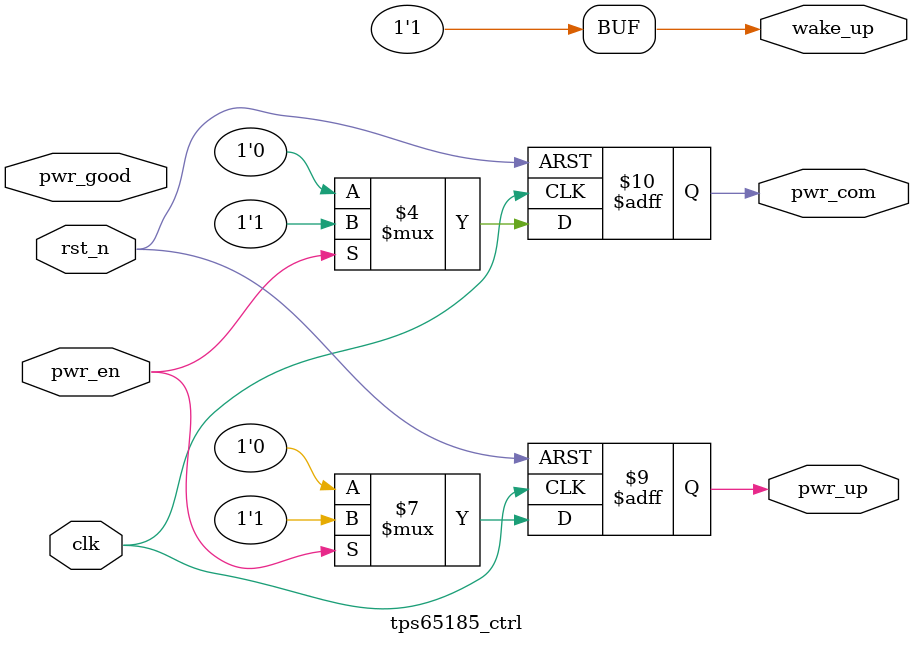
<source format=v>

module tps65185_ctrl
    (
    input wire  clk,
    input wire  rst_n,
    input wire  pwr_en,     // 高电平启动电源输出
    input wire  pwr_good,   // 高电平电源输出就绪
    output wire wake_up,    // 唤醒信号(高有效),把这个信号拉高唤醒电源
    output reg  pwr_up,     // 升压控制
    output reg  pwr_com     // VCOM控制
    );

    assign wake_up = 1;

    always @(posedge clk or negedge rst_n) begin
        if (!rst_n) begin
            // reset
            pwr_up <= 0;
            pwr_com <= 0;
        end
        else if (pwr_en) begin
            pwr_up <= 1;
            pwr_com <= 1;
        end
        else begin
            pwr_up <= 0;
            pwr_com <= 0;
        end
    end

endmodule



</source>
